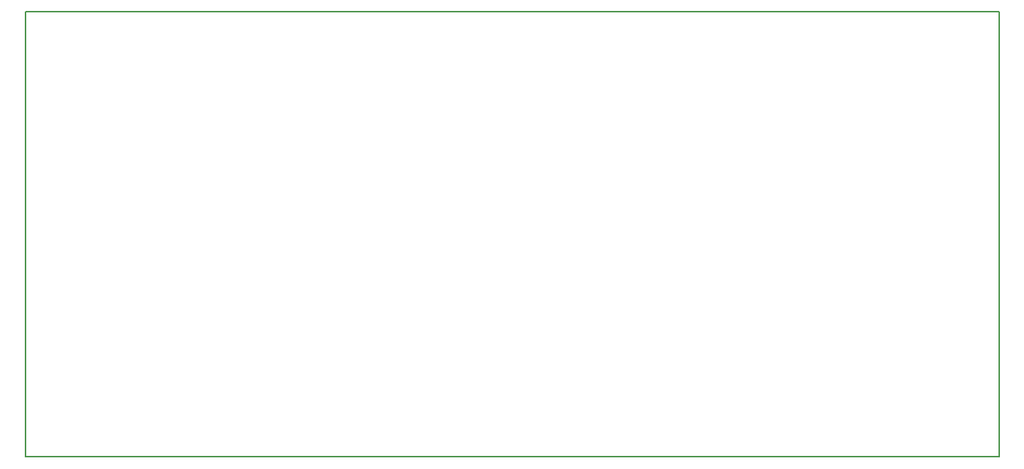
<source format=gbr>
%FSLAX34Y34*%
%MOMM*%
%LNOUTLINE*%
G71*
G01*
%ADD10C, 0.20*%
%LPD*%
G54D10*
X14288Y-11112D02*
X1144588Y-11112D01*
X1144588Y-528638D01*
X14288Y-528638D01*
X14288Y-11112D01*
M02*

</source>
